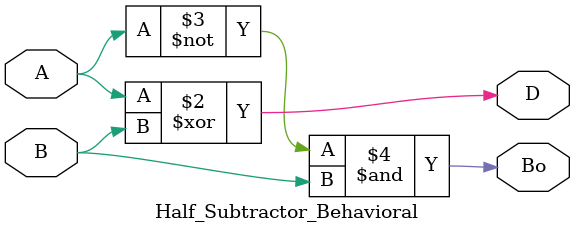
<source format=sv>
`timescale 1ns / 1ps


module Half_Subtractor_Behavioral(input logic A,B,
                                    output logic D,Bo);

    reg D; reg Bo;
    
    always@(A,B) 
        begin
            D <= A ^ B;
            Bo <= ~A & B;
        end
endmodule

</source>
